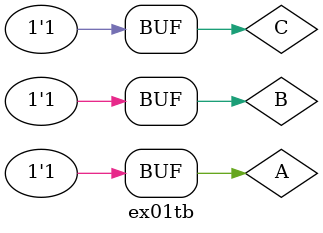
<source format=v>
`timescale 1ps/1ps
`include "ex01.v"

module ex01tb;
    reg A;
    reg B;
    reg C;
    wire P;
    wire Q;

    ex01 uut  (.A(A), .B(B), .C(C), .P(P), .Q(Q));

    initial begin
        $dumpfile("DumpEx01.vcd");
        $dumpvars();

        A = 0; B = 0; C = 0; 
        #20 C = 1;
        #20 C = 0; B=1;
        #20 C = 1;
        #20 C = 0; B=0; A=1;
        #20 C = 1;
        #20 C = 0; B=1;
        #20 C = 1;
    end

    initial begin
    $monitor("time =%2d A=%b B=%b C=%b P=%b Q=%b", $time,A,B,C,P,Q);
end

endmodule
</source>
